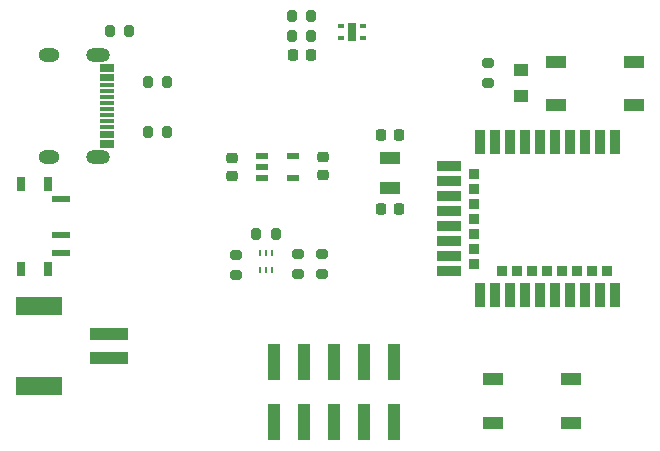
<source format=gbr>
%TF.GenerationSoftware,KiCad,Pcbnew,6.0.11-2627ca5db0~126~ubuntu22.04.1*%
%TF.CreationDate,2023-08-27T22:06:58+02:00*%
%TF.ProjectId,E73-2G4M08S1C-52840,4537332d-3247-4344-9d30-385331432d35,rev?*%
%TF.SameCoordinates,Original*%
%TF.FileFunction,Paste,Top*%
%TF.FilePolarity,Positive*%
%FSLAX46Y46*%
G04 Gerber Fmt 4.6, Leading zero omitted, Abs format (unit mm)*
G04 Created by KiCad (PCBNEW 6.0.11-2627ca5db0~126~ubuntu22.04.1) date 2023-08-27 22:06:58*
%MOMM*%
%LPD*%
G01*
G04 APERTURE LIST*
G04 Aperture macros list*
%AMRoundRect*
0 Rectangle with rounded corners*
0 $1 Rounding radius*
0 $2 $3 $4 $5 $6 $7 $8 $9 X,Y pos of 4 corners*
0 Add a 4 corners polygon primitive as box body*
4,1,4,$2,$3,$4,$5,$6,$7,$8,$9,$2,$3,0*
0 Add four circle primitives for the rounded corners*
1,1,$1+$1,$2,$3*
1,1,$1+$1,$4,$5*
1,1,$1+$1,$6,$7*
1,1,$1+$1,$8,$9*
0 Add four rect primitives between the rounded corners*
20,1,$1+$1,$2,$3,$4,$5,0*
20,1,$1+$1,$4,$5,$6,$7,0*
20,1,$1+$1,$6,$7,$8,$9,0*
20,1,$1+$1,$8,$9,$2,$3,0*%
G04 Aperture macros list end*
%ADD10R,1.520000X0.600000*%
%ADD11R,0.700000X1.200000*%
%ADD12O,2.000000X1.200000*%
%ADD13O,1.800000X1.200000*%
%ADD14R,1.300000X0.300000*%
%ADD15RoundRect,0.200000X-0.275000X0.200000X-0.275000X-0.200000X0.275000X-0.200000X0.275000X0.200000X0*%
%ADD16R,0.550000X0.350000*%
%ADD17R,0.700000X1.600000*%
%ADD18R,0.280000X0.550000*%
%ADD19RoundRect,0.200000X-0.200000X-0.275000X0.200000X-0.275000X0.200000X0.275000X-0.200000X0.275000X0*%
%ADD20RoundRect,0.200000X0.275000X-0.200000X0.275000X0.200000X-0.275000X0.200000X-0.275000X-0.200000X0*%
%ADD21R,1.000000X0.600000*%
%ADD22RoundRect,0.225000X-0.225000X-0.250000X0.225000X-0.250000X0.225000X0.250000X-0.225000X0.250000X0*%
%ADD23R,1.700000X1.000000*%
%ADD24RoundRect,0.225000X-0.250000X0.225000X-0.250000X-0.225000X0.250000X-0.225000X0.250000X0.225000X0*%
%ADD25R,1.250000X1.000000*%
%ADD26R,1.700000X1.050000*%
%ADD27R,0.900000X2.000000*%
%ADD28R,2.000000X0.900000*%
%ADD29R,0.900000X0.900000*%
%ADD30R,3.250000X1.000000*%
%ADD31R,4.000000X1.500000*%
%ADD32R,1.000000X3.150000*%
%ADD33RoundRect,0.225000X0.250000X-0.225000X0.250000X0.225000X-0.250000X0.225000X-0.250000X-0.225000X0*%
G04 APERTURE END LIST*
D10*
%TO.C,SW3*%
X3897500Y-20215000D03*
X3897500Y-23215000D03*
X3897500Y-24715000D03*
D11*
X497500Y-26065000D03*
X2797500Y-26065000D03*
X2797500Y-18865000D03*
X497500Y-18865000D03*
%TD*%
D12*
%TO.C,USBC1*%
X7062500Y-7970000D03*
X7062500Y-16630000D03*
D13*
X2882500Y-16630000D03*
X2882500Y-7970000D03*
D14*
X7822500Y-8950000D03*
X7822500Y-9750000D03*
X7822500Y-11050000D03*
X7822500Y-12050000D03*
X7822500Y-12550000D03*
X7822500Y-13550000D03*
X7822500Y-14850000D03*
X7822500Y-15650000D03*
X7822500Y-15350000D03*
X7822500Y-14550000D03*
X7822500Y-14050000D03*
X7822500Y-13050000D03*
X7822500Y-11550000D03*
X7822500Y-10550000D03*
X7822500Y-10050000D03*
X7822500Y-9250000D03*
%TD*%
D15*
%TO.C,R9*%
X26000000Y-24850000D03*
X26000000Y-26500000D03*
%TD*%
D16*
%TO.C,U3*%
X29481000Y-6567500D03*
X29481000Y-5567500D03*
X27641000Y-5567500D03*
X27641000Y-6567500D03*
D17*
X28561000Y-6067500D03*
%TD*%
D18*
%TO.C,Q1*%
X20750000Y-26145000D03*
X21250000Y-26145000D03*
X21750000Y-26145000D03*
X21750000Y-24705000D03*
X21250000Y-24705000D03*
X20750000Y-24705000D03*
%TD*%
D15*
%TO.C,R4*%
X40020000Y-8700000D03*
X40020000Y-10350000D03*
%TD*%
D19*
%TO.C,R1*%
X11217500Y-10272500D03*
X12867500Y-10272500D03*
%TD*%
D20*
%TO.C,R3*%
X18750000Y-26575000D03*
X18750000Y-24925000D03*
%TD*%
D21*
%TO.C,LDO1*%
X20900000Y-16500000D03*
X20900000Y-17450000D03*
X20900000Y-18400000D03*
X23500000Y-18400000D03*
X23500000Y-16500000D03*
%TD*%
D19*
%TO.C,R10*%
X20425000Y-23175000D03*
X22075000Y-23175000D03*
%TD*%
D22*
%TO.C,C5*%
X30975000Y-21000000D03*
X32525000Y-21000000D03*
%TD*%
%TO.C,C3*%
X23495580Y-7985000D03*
X25045580Y-7985000D03*
%TD*%
D23*
%TO.C,SW1*%
X45835000Y-8550000D03*
X52435000Y-8550000D03*
X45835000Y-12250000D03*
X52435000Y-12250000D03*
%TD*%
D19*
%TO.C,R8*%
X8042500Y-5955000D03*
X9692500Y-5955000D03*
%TD*%
%TO.C,R6*%
X23428838Y-4685000D03*
X25078838Y-4685000D03*
%TD*%
D23*
%TO.C,RESET1*%
X40450000Y-35400000D03*
X47050000Y-35400000D03*
X40450000Y-39100000D03*
X47050000Y-39100000D03*
%TD*%
D19*
%TO.C,R2*%
X11217500Y-14492500D03*
X12867500Y-14492500D03*
%TD*%
D24*
%TO.C,C1*%
X18390000Y-16675000D03*
X18390000Y-18225000D03*
%TD*%
D20*
%TO.C,R7*%
X24000000Y-26500000D03*
X24000000Y-24850000D03*
%TD*%
D25*
%TO.C,LED1*%
X42820000Y-11450000D03*
X42820000Y-9250000D03*
%TD*%
D19*
%TO.C,R5*%
X23445580Y-6336000D03*
X25095580Y-6336000D03*
%TD*%
D26*
%TO.C,X2*%
X31750000Y-16730000D03*
X31750000Y-19270000D03*
%TD*%
D27*
%TO.C,U1*%
X50770000Y-15330000D03*
X49500000Y-15330000D03*
X48260000Y-15330000D03*
X46960000Y-15330000D03*
X45690000Y-15330000D03*
X44420000Y-15330000D03*
X43150000Y-15330000D03*
X41880000Y-15330000D03*
X40610000Y-15330000D03*
X39340000Y-15330000D03*
D28*
X36750000Y-17380000D03*
D29*
X38850000Y-18020000D03*
D28*
X36750000Y-18660000D03*
D29*
X38850000Y-19290000D03*
D28*
X36750000Y-19930000D03*
D29*
X38850000Y-20560000D03*
D28*
X36750000Y-21200000D03*
D29*
X38850000Y-21830000D03*
D28*
X36750000Y-22460000D03*
D29*
X38850000Y-23100000D03*
D28*
X36750000Y-23730000D03*
D29*
X38850000Y-24370000D03*
D28*
X36750000Y-25000000D03*
D29*
X38850000Y-25640000D03*
D28*
X36750000Y-26280000D03*
D27*
X39340000Y-28330000D03*
X40610000Y-28330000D03*
D29*
X41250000Y-26240000D03*
D27*
X41880000Y-28330000D03*
D29*
X42520000Y-26240000D03*
D27*
X43150000Y-28330000D03*
D29*
X43790000Y-26240000D03*
D27*
X44420000Y-28330000D03*
D29*
X45060000Y-26240000D03*
D27*
X45690000Y-28330000D03*
D29*
X46330000Y-26240000D03*
D27*
X46960000Y-28330000D03*
D29*
X47600000Y-26240000D03*
D27*
X48230000Y-28330000D03*
D29*
X48870000Y-26240000D03*
D27*
X49500000Y-28330000D03*
D29*
X50140000Y-26230000D03*
D27*
X50770000Y-28330000D03*
%TD*%
D30*
%TO.C,X1*%
X7940000Y-33625000D03*
X7940000Y-31625000D03*
D31*
X2060000Y-29215000D03*
X2060000Y-36035000D03*
%TD*%
D32*
%TO.C,J2*%
X21920000Y-39025000D03*
X21920000Y-33975000D03*
X24460000Y-39025000D03*
X24460000Y-33975000D03*
X27000000Y-39025000D03*
X27000000Y-33975000D03*
X29540000Y-39025000D03*
X29540000Y-33975000D03*
X32080000Y-39025000D03*
X32080000Y-33975000D03*
%TD*%
D22*
%TO.C,C4*%
X30950000Y-14750000D03*
X32500000Y-14750000D03*
%TD*%
D33*
%TO.C,C2*%
X26117500Y-18145000D03*
X26117500Y-16595000D03*
%TD*%
M02*

</source>
